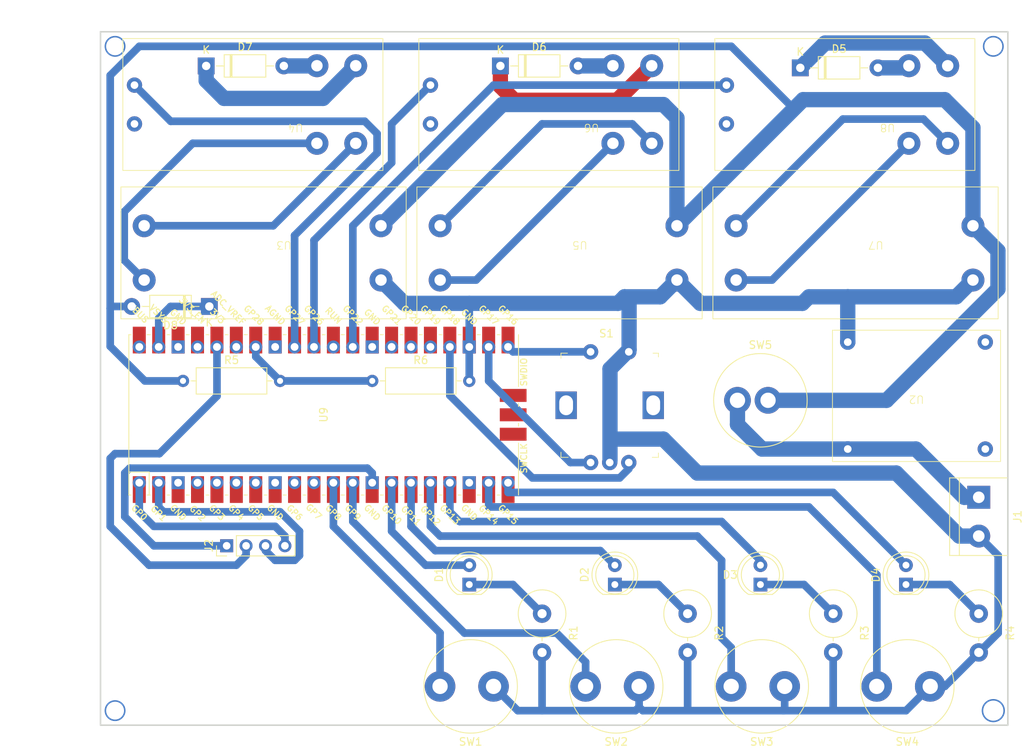
<source format=kicad_pcb>
(kicad_pcb (version 20240108) (generator "pcbnew") (generator_version "8.0")
  (title_block (title "Drumkit") (date "2024-04-01") (rev "2") (comment 1 "https://git.xythobuz.de/thomas/drumkit") (comment 2 "Licensed under the CERN-OHL-S-2.0+") (comment 4 "Copyright (c) 2024 Kauzerei, Thomas Buck"))
  (layers (0 "F.Cu" signal) (31 "B.Cu" signal) (34 "B.Paste" user) (35 "F.Paste" user) (36 "B.SilkS" user "B.Silkscreen") (37 "F.SilkS" user "F.Silkscreen") (38 "B.Mask" user) (39 "F.Mask" user) (44 "Edge.Cuts" user))
  (net 0 "")
  (net 1 "Net-(D1-K)")
  (net 2 "Net-(D2-K)")
  (net 3 "Net-(D3-K)")
  (net 4 "Net-(D4-K)")
  (net 5 "Net-(D4-A)")
  (net 6 "Net-(J1-Pin_1)")
  (net 7 "+BATT")
  (net 8 "GND")
  (net 10 "Net-(S1-CH_A)")
  (net 11 "Net-(S1-CH_B)")
  (net 12 "Net-(J2-Pin_4)")
  (net 13 "Net-(J2-Pin_3)")
  (net 14 "+3V3")
  (net 17 "Net-(U3-Out+)")
  (net 18 "Net-(D5-K)")
  (net 19 "Net-(D5-A)")
  (net 21 "Net-(U5-Out-)")
  (net 22 "Net-(U5-Out+)")
  (net 23 "Net-(D6-K)")
  (net 24 "Net-(D6-A)")
  (net 26 "Net-(U7-Out-)")
  (net 27 "Net-(U7-Out+)")
  (net 28 "Net-(D7-K)")
  (net 29 "Net-(D7-A)")
  (net 31 "Net-(D1-A)")
  (net 32 "Net-(D2-A)")
  (net 33 "Net-(D3-A)")
  (net 34 "Net-(J2-Pin_1)")
  (net 35 "Net-(U3-Out-)")
  (net 36 "Net-(D8-K)")
  (net 37 "Net-(U9-GPIO28_ADC2)")
  (net 38 "Net-(U9-GPIO16)")
  (net 39 "Net-(U9-GPIO8)")
  (net 40 "Net-(U9-GPIO9)")
  (net 41 "Net-(U9-GPIO12)")
  (net 42 "Net-(U9-GPIO14)")
  (net 43 "Net-(U4-trig)")
  (net 44 "Net-(U6-trig)")
  (net 45 "Net-(U8-trig)")
  (footprint "Diode_THT:D_DO-41_SOD81_P10.16mm_Horizontal" (layer "F.Cu") (at 181.67 55.25)
    (property "Reference" "D5" (at 5.08 -2.47 0) (layer "F.SilkS"))
    (property "Value" "1N5819")
    (fp_text user "K" (at 0 -2.1 0) (layer "F.SilkS"))
    (pad "1" thru_hole rect (at 0 0) (size 2.2 2.2) (drill 1.1) (layers "*.Cu" "*.Mask") (net 18 "Net-(D5-K)"))
    (pad "2" thru_hole oval (at 10.16 0) (size 2.2 2.2) (drill 1.1) (layers "*.Cu" "*.Mask") (net 19 "Net-(D5-A)"))
  )
  (footprint "LED_THT:LED_D5.0mm" (layer "F.Cu") (at 176.45 122.92 90)
    (property "Reference" "D3" (at 1.27 -3.96 180) (layer "F.SilkS"))
    (property "Value" "LED3")
    (pad "1" thru_hole rect (at 0 0 90) (size 1.8 1.8) (drill 0.9) (layers "*.Cu" "*.Mask") (net 3 "Net-(D3-K)"))
    (pad "2" thru_hole circle (at 2.54 0 90) (size 1.8 1.8) (drill 0.9) (layers "*.Cu" "*.Mask") (net 33 "Net-(D3-A)"))
  )
  (footprint "Inductor_THT:L_Radial_D12.0mm_P6.00mm_MuRATA_1900R" (layer "F.Cu") (at 160.575 136.255 180)
    (property "Reference" "SW2" (at 3 -7.25 0) (layer "F.SilkS"))
    (property "Value" "BUTTON2")
    (pad "1" thru_hole circle (at 0 0 180) (size 4 4) (drill 2) (layers "*.Cu" "*.Mask") (net 8 "GND"))
    (pad "2" thru_hole circle (at 7 0 180) (size 4 4) (drill 2) (layers "*.Cu" "*.Mask") (net 40 "Net-(U9-GPIO9)"))
  )
  (footprint "Resistor_THT:R_Axial_DIN0617_L17.0mm_D6.0mm_P5.08mm_Vertical" (layer "F.Cu") (at 205.025 126.73 -90)
    (property "Reference" "R4" (at 2.54 -4.12 90) (layer "F.SilkS"))
    (property "Value" "R")
    (pad "1" thru_hole circle (at 0 0 270) (size 2.4 2.4) (drill 1.2) (layers "*.Cu" "*.Mask") (net 4 "Net-(D4-K)"))
    (pad "2" thru_hole oval (at 5.08 0 270) (size 2.4 2.4) (drill 1.2) (layers "*.Cu" "*.Mask") (net 8 "GND"))
  )
  (footprint "Connector_PinHeader_2.54mm:PinHeader_1x04_P2.54mm_Vertical" (layer "F.Cu") (at 106.6 117.84 90)
    (property "Reference" "J2" (at 0 -2.33 90) (layer "F.SilkS"))
    (property "Value" "Conn_01x04_Female")
    (pad "1" thru_hole rect (at 0 0 90) (size 1.7 1.7) (drill 1) (layers "*.Cu" "*.Mask") (net 34 "Net-(J2-Pin_1)"))
    (pad "2" thru_hole oval (at 0 2.54 90) (size 1.7 1.7) (drill 1) (layers "*.Cu" "*.Mask") (net 14 "+3V3"))
    (pad "3" thru_hole oval (at 0 5.08 90) (size 1.7 1.7) (drill 1) (layers "*.Cu" "*.Mask") (net 13 "Net-(J2-Pin_3)"))
    (pad "4" thru_hole oval (at 0 7.62 90) (size 1.7 1.7) (drill 1) (layers "*.Cu" "*.Mask") (net 12 "Net-(J2-Pin_4)"))
  )
  (footprint "Resistor_THT:R_Axial_DIN0617_L17.0mm_D6.0mm_P5.08mm_Vertical" (layer "F.Cu") (at 147.875 126.73 -90)
    (property "Reference" "R1" (at 2.54 -4.12 90) (layer "F.SilkS"))
    (property "Value" "R")
    (pad "1" thru_hole circle (at 0 0 270) (size 2.4 2.4) (drill 1.2) (layers "*.Cu" "*.Mask") (net 1 "Net-(D1-K)"))
    (pad "2" thru_hole oval (at 5.08 0 270) (size 2.4 2.4) (drill 1.2) (layers "*.Cu" "*.Mask") (net 8 "GND"))
  )
  (footprint "chinese_modules:charger" (layer "F.Cu") (at 196.88 98.17 180)
    (property "Reference" "U2" (at 0 -0.5 180) (layer "F.SilkS") (effects (font (thickness 0.1))))
    (property "Value" "~")
    (pad "1" thru_hole circle (at -9 -7 180) (size 2 2) (drill 1) (layers "*.Cu" "*.Mask"))
    (pad "2" thru_hole circle (at -9 7 180) (size 2 2) (drill 1) (layers "*.Cu" "*.Mask"))
    (pad "3" thru_hole circle (at 9 -7 180) (size 2 2) (drill 1) (layers "*.Cu" "*.Mask") (net 6 "Net-(J1-Pin_1)"))
    (pad "4" thru_hole circle (at 9 7 180) (size 2 2) (drill 1) (layers "*.Cu" "*.Mask") (net 8 "GND"))
  )
  (footprint "digikey-footprints:Rotary_Encoder_Switched_PEC11R" (layer "F.Cu") (at 151.025 99.44)
    (property "Reference" "S1" (at 5.275 -9.4 0) (layer "F.SilkS"))
    (property "Value" "ENCODER")
    (pad "1" thru_hole circle (at 3.2 -7) (size 2 2) (drill 1) (layers "*.Cu" "*.Mask") (net 38 "Net-(U9-GPIO16)"))
    (pad "2" thru_hole circle (at 8.2 -7) (size 2 2) (drill 1) (layers "*.Cu" "*.Mask") (net 8 "GND"))
    (pad "3" thru_hole rect (at 0 0) (size 2.8 3.6) (drill oval 1.8 2.6) (layers "*.Cu" "*.Mask"))
    (pad "3" thru_hole rect (at 11.4 0) (size 2.8 3.6) (drill oval 1.8 2.6) (layers "*.Cu" "*.Mask"))
    (pad "A" thru_hole circle (at 3.2 7.5) (size 2 2) (drill 1) (layers "*.Cu" "*.Mask") (net 10 "Net-(S1-CH_A)"))
    (pad "B" thru_hole circle (at 8.2 7.5) (size 2 2) (drill 1) (layers "*.Cu" "*.Mask") (net 11 "Net-(S1-CH_B)"))
    (pad "C" thru_hole circle (at 5.7 7.5) (size 2 2) (drill 1) (layers "*.Cu" "*.Mask") (net 8 "GND"))
  )
  (footprint "chinese_modules:dc-dc module" (layer "F.Cu") (at 191.563 77.962 180)
    (property "Reference" "U7" (at 0 -0.5 180) (layer "F.SilkS") (effects (font (thickness 0.1))))
    (property "Value" "~")
    (pad "1" thru_hole circle (at -12.7 -5.08 180) (size 3 3) (drill 1.5) (layers "*.Cu" "*.Mask") (net 8 "GND"))
    (pad "2" thru_hole circle (at -12.7 2.032 180) (size 3 3) (drill 1.5) (layers "*.Cu" "*.Mask") (net 7 "+BATT"))
    (pad "3" thru_hole circle (at 18.288 -5.08 180) (size 3 3) (drill 1.5) (layers "*.Cu" "*.Mask") (net 26 "Net-(U7-Out-)"))
    (pad "4" thru_hole circle (at 18.288 2.032 180) (size 3 3) (drill 1.5) (layers "*.Cu" "*.Mask") (net 27 "Net-(U7-Out+)"))
  )
  (footprint "KiCad-RP-Pico:RPi_Pico_SMD_TH_noSWD" (layer "F.Cu") (at 119.295 100.69 90)
    (property "Reference" "U9" (at 0 0 -90) (layer "F.SilkS"))
    (property "Value" "Pico")
    (fp_text user "GP5" (at -12.8 -8.89 -45) (layer "F.SilkS") (effects (font (size 0.8 0.8))))
    (fp_text user "GP4" (at -12.8 -11.43 -45) (layer "F.SilkS") (effects (font (size 0.8 0.8))))
    (fp_text user "GP16" (at 13.054 24.13 -45) (layer "F.SilkS") (effects (font (size 0.8 0.8))))
    (fp_text user "GP0" (at -12.8 -24.13 -45) (layer "F.SilkS") (effects (font (size 0.8 0.8))))
    (fp_text user "ADC_VREF" (at 14 -12.5 -45) (layer "F.SilkS") (effects (font (size 0.8 0.8))))
    (fp_text user "GND" (at 12.8 -19.05 -45) (layer "F.SilkS") (effects (font (size 0.8 0.8))))
    (fp_text user "AGND" (at 13.054 -6.35 -45) (layer "F.SilkS") (effects (font (size 0.8 0.8))))
    (fp_text user "GP17" (at 13.054 21.59 -45) (layer "F.SilkS") (effects (font (size 0.8 0.8))))
    (fp_text user "GP10" (at -13.054 8.89 -45) (layer "F.SilkS") (effects (font (size 0.8 0.8))))
    (fp_text user "GND" (at -12.8 19.05 -45) (layer "F.SilkS") (effects (font (size 0.8 0.8))))
    (fp_text user "GP15" (at -13.054 24.13 -45) (layer "F.SilkS") (effects (font (size 0.8 0.8))))
    (fp_text user "GP18" (at 13.054 16.51 -45) (layer "F.SilkS") (effects (font (size 0.8 0.8))))
    (fp_text user "GND" (at -12.8 6.35 -45) (layer "F.SilkS") (effects (font (size 0.8 0.8))))
    (fp_text user "3V3" (at 12.9 -13.9 -45) (layer "F.SilkS") (effects (font (size 0.8 0.8))))
    (fp_text user "GP7" (at -12.7 -1.3 -45) (layer "F.SilkS") (effects (font (size 0.8 0.8))))
    (fp_text user "GP22" (at 13.054 3.81 -45) (layer "F.SilkS") (effects (font (size 0.8 0.8))))
    (fp_text user "GP19" (at 13.054 13.97 -45) (layer "F.SilkS") (effects (font (size 0.8 0.8))))
    (fp_text user "GND" (at 12.8 19.05 -45) (layer "F.SilkS") (effects (font (size 0.8 0.8))))
    (fp_text user "GP1" (at -12.9 -21.6 -45) (layer "F.SilkS") (effects (font (size 0.8 0.8))))
    (fp_text user "GP21" (at 13.054 8.9 -45) (layer "F.SilkS") (effects (font (size 0.8 0.8))))
    (fp_text user "GP28" (at 13.054 -9.144 -45) (layer "F.SilkS") (effects (font (size 0.8 0.8))))
    (fp_text user "GP14" (at -13.1 21.59 -45) (layer "F.SilkS") (effects (font (size 0.8 0.8))))
    (fp_text user "GND" (at -12.8 -6.35 -45) (layer "F.SilkS") (effects (font (size 0.8 0.8))))
    (fp_text user "3V3_EN" (at 13.7 -17.2 -45) (layer "F.SilkS") (effects (font (size 0.8 0.8))))
    (fp_text user "GP27" (at 13.054 -3.8 -45) (layer "F.SilkS") (effects (font (size 0.8 0.8))))
    (fp_text user "GP12" (at -13.2 13.97 -45) (layer "F.SilkS") (effects (font (size 0.8 0.8))))
    (fp_text user "GP20" (at 13.054 11.43 -45) (layer "F.SilkS") (effects (font (size 0.8 0.8))))
    (fp_text user "GND" (at 12.8 6.35 -45) (layer "F.SilkS") (effects (font (size 0.8 0.8))))
    (fp_text user "SWDIO" (at 5.6 26.2 -90) (layer "F.SilkS") (effects (font (size 0.8 0.8))))
    (fp_text user "SWCLK" (at -5.7 26.2 -90) (layer "F.SilkS") (effects (font (size 0.8 0.8))))
    (fp_text user "GP13" (at -13.054 16.51 -45) (layer "F.SilkS") (effects (font (size 0.8 0.8))))
    (fp_text user "GP3" (at -12.8 -13.97 -45) (layer "F.SilkS") (effects (font (size 0.8 0.8))))
    (fp_text user "VSYS" (at 13.2 -21.59 -45) (layer "F.SilkS") (effects (font (size 0.8 0.8))))
    (fp_text user "GP26" (at 13.054 -1.27 -45) (layer "F.SilkS") (effects (font (size 0.8 0.8))))
    (fp_text user "RUN" (at 13 1.27 -45) (layer "F.SilkS") (effects (font (size 0.8 0.8))))
    (fp_text user "GP8" (at -12.8 1.27 -45) (layer "F.SilkS") (effects (font (size 0.8 0.8))))
    (fp_text user "GND" (at -12.8 -19.05 -45) (layer "F.SilkS") (effects (font (size 0.8 0.8))))
    (fp_text user "GP6" (at -12.8 -3.81 -45) (layer "F.SilkS") (effects (font (size 0.8 0.8))))
    (fp_text user "GP11" (at -13.2 11.43 -45) (layer "F.SilkS") (effects (font (size 0.8 0.8))))
    (fp_text user "GP9" (at -12.8 3.81 -45) (layer "F.SilkS") (effects (font (size 0.8 0.8))))
    (fp_text user "VBUS" (at 13.3 -24.2 -45) (layer "F.SilkS") (effects (font (size 0.8 0.8))))
    (fp_text user "GP2" (at -12.9 -16.51 -45) (layer "F.SilkS") (effects (font (size 0.8 0.8))))
    (pad "" np_thru_hole oval (at -2.725 -24 90) (size 1.8 1.8) (drill 1.8) (layers "*.Cu" "*.Mask"))
    (pad "" np_thru_hole oval (at -2.425 -20.97 90) (size 1.5 1.5) (drill 1.5) (layers "*.Cu" "*.Mask"))
    (pad "" np_thru_hole oval (at 2.425 -20.97 90) (size 1.5 1.5) (drill 1.5) (layers "*.Cu" "*.Mask"))
    (pad "" np_thru_hole oval (at 2.725 -24 90) (size 1.8 1.8) (drill 1.8) (layers "*.Cu" "*.Mask"))
    (pad "1" thru_hole oval (at -8.89 -24.13 90) (size 1.7 1.7) (drill 1.02) (layers "*.Cu" "*.Mask") (net 12 "Net-(J2-Pin_4)"))
    (pad "1" smd rect (at -8.89 -24.13 90) (size 3.5 1.7) (drill (offset -0.9 0)) (layers "F.Cu" "F.Mask") (net 12 "Net-(J2-Pin_4)"))
    (pad "2" thru_hole oval (at -8.89 -21.59 90) (size 1.7 1.7) (drill 1.02) (layers "*.Cu" "*.Mask") (net 13 "Net-(J2-Pin_3)"))
    (pad "2" smd rect (at -8.89 -21.59 90) (size 3.5 1.7) (drill (offset -0.9 0)) (layers "F.Cu" "F.Mask") (net 13 "Net-(J2-Pin_3)"))
    (pad "3" thru_hole rect (at -8.89 -19.05 90) (size 1.7 1.7) (drill 1.02) (layers "*.Cu" "*.Mask"))
    (pad "3" smd rect (at -8.89 -19.05 90) (size 3.5 1.7) (drill (offset -0.9 0)) (layers "F.Cu" "F.Mask"))
    (pad "4" thru_hole oval (at -8.89 -16.51 90) (size 1.7 1.7) (drill 1.02) (layers "*.Cu" "*.Mask"))
    (pad "4" smd rect (at -8.89 -16.51 90) (size 3.5 1.7) (drill (offset -0.9 0)) (layers "F.Cu" "F.Mask"))
    (pad "5" thru_hole oval (at -8.89 -13.97 90) (size 1.7 1.7) (drill 1.02) (layers "*.Cu" "*.Mask"))
    (pad "5" smd rect (at -8.89 -13.97 90) (size 3.5 1.7) (drill (offset -0.9 0)) (layers "F.Cu" "F.Mask"))
    (pad "6" thru_hole oval (at -8.89 -11.43 90) (size 1.7 1.7) (drill 1.02) (layers "*.Cu" "*.Mask"))
    (pad "6" smd rect (at -8.89 -11.43 90) (size 3.5 1.7) (drill (offset -0.9 0)) (layers "F.Cu" "F.Mask"))
    (pad "7" thru_hole oval (at -8.89 -8.89 90) (size 1.7 1.7) (drill 1.02) (layers "*.Cu" "*.Mask"))
    (pad "7" smd rect (at -8.89 -8.89 90) (size 3.5 1.7) (drill (offset -0.9 0)) (layers "F.Cu" "F.Mask"))
    (pad "8" thru_hole rect (at -8.89 -6.35 90) (size 1.7 1.7) (drill 1.02) (layers "*.Cu" "*.Mask"))
    (pad "8" smd rect (at -8.89 -6.35 90) (size 3.5 1.7) (drill (offset -0.9 0)) (layers "F.Cu" "F.Mask"))
    (pad "9" thru_hole oval (at -8.89 -3.81 90) (size 1.7 1.7) (drill 1.02) (layers "*.Cu" "*.Mask"))
    (pad "9" smd rect (at -8.89 -3.81 90) (size 3.5 1.7) (drill (offset -0.9 0)) (layers "F.Cu" "F.Mask"))
    (pad "10" thru_hole oval (at -8.89 -1.27 90) (size 1.7 1.7) (drill 1.02) (layers "*.Cu" "*.Mask"))
    (pad "10" smd rect (at -8.89 -1.27 90) (size 3.5 1.7) (drill (offset -0.9 0)) (layers "F.Cu" "F.Mask"))
    (pad "11" thru_hole oval (at -8.89 1.27 90) (size 1.7 1.7) (drill 1.02) (layers "*.Cu" "*.Mask") (net 39 "Net-(U9-GPIO8)"))
    (pad "11" smd rect (at -8.89 1.27 90) (size 3.5 1.7) (drill (offset -0.9 0)) (layers "F.Cu" "F.Mask") (net 39 "Net-(U9-GPIO8)"))
    (pad "12" thru_hole oval (at -8.89 3.81 90) (size 1.7 1.7) (drill 1.02) (layers "*.Cu" "*.Mask") (net 40 "Net-(U9-GPIO9)"))
    (pad "12" smd rect (at -8.89 3.81 90) (size 3.5 1.7) (drill (offset -0.9 0)) (layers "F.Cu" "F.Mask") (net 40 "Net-(U9-GPIO9)"))
    (pad "13" thru_hole rect (at -8.89 6.35 90) (size 1.7 1.7) (drill 1.02) (layers "*.Cu" "*.Mask") (net 34 "Net-(J2-Pin_1)"))
    (pad "13" smd rect (at -8.89 6.35 90) (size 3.5 1.7) (drill (offset -0.9 0)) (layers "F.Cu" "F.Mask") (net 34 "Net-(J2-Pin_1)"))
    (pad "14" thru_hole oval (at -8.89 8.89 90) (size 1.7 1.7) (drill 1.02) (layers "*.Cu" "*.Mask") (net 31 "Net-(D1-A)"))
    (pad "14" smd rect (at -8.89 8.89 90) (size 3.5 1.7) (drill (offset -0.9 0)) (layers "F.Cu" "F.Mask") (net 31 "Net-(D1-A)"))
    (pad "15" thru_hole oval (at -8.89 11.43 90) (size 1.7 1.7) (drill 1.02) (layers "*.Cu" "*.Mask") (net 32 "Net-(D2-A)"))
    (pad "15" smd rect (at -8.89 11.43 90) (size 3.5 1.7) (drill (offset -0.9 0)) (layers "F.Cu" "F.Mask") (net 32 "Net-(D2-A)"))
    (pad "16" thru_hole oval (at -8.89 13.97 90) (size 1.7 1.7) (drill 1.02) (layers "*.Cu" "*.Mask") (net 41 "Net-(U9-GPIO12)"))
    (pad "16" smd rect (at -8.89 13.97 90) (size 3.5 1.7) (drill (offset -0.9 0)) (layers "F.Cu" "F.Mask") (net 41 "Net-(U9-GPIO12)"))
    (pad "17" thru_hole oval (at -8.89 16.51 90) (size 1.7 1.7) (drill 1.02) (layers "*.Cu" "*.Mask") (net 33 "Net-(D3-A)"))
    (pad "17" smd rect (at -8.89 16.51 90) (size 3.5 1.7) (drill (offset -0.9 0)) (layers "F.Cu" "F.Mask") (net 33 "Net-(D3-A)"))
    (pad "18" thru_hole rect (at -8.89 19.05 90) (size 1.7 1.7) (drill 1.02) (layers "*.Cu" "*.Mask"))
    (pad "18" smd rect (at -8.89 19.05 90) (size 3.5 1.7) (drill (offset -0.9 0)) (layers "F.Cu" "F.Mask"))
    (pad "19" thru_hole oval (at -8.89 21.59 90) (size 1.7 1.7) (drill 1.02) (layers "*.Cu" "*.Mask") (net 42 "Net-(U9-GPIO14)"))
    (pad "19" smd rect (at -8.89 21.59 90) (size 3.5 1.7) (drill (offset -0.9 0)) (layers "F.Cu" "F.Mask") (net 42 "Net-(U9-GPIO14)"))
    (pad "20" thru_hole oval (at -8.89 24.13 90) (size 1.7 1.7) (drill 1.02) (layers "*.Cu" "*.Mask") (net 5 "Net-(D4-A)"))
    (pad "20" smd rect (at -8.89 24.13 90) (size 3.5 1.7) (drill (offset -0.9 0)) (layers "F.Cu" "F.Mask") (net 5 "Net-(D4-A)"))
    (pad "21" thru_hole oval (at 8.89 24.13 90) (size 1.7 1.7) (drill 1.02) (layers "*.Cu" "*.Mask") (net 38 "Net-(U9-GPIO16)"))
    (pad "21" smd rect (at 8.89 24.13 90) (size 3.5 1.7) (drill (offset 0.9 0)) (layers "F.Cu" "F.Mask") (net 38 "Net-(U9-GPIO16)"))
    (pad "22" thru_hole oval (at 8.89 21.59 90) (size 1.7 1.7) (drill 1.02) (layers "*.Cu" "*.Mask") (net 10 "Net-(S1-CH_A)"))
    (pad "22" smd rect (at 8.89 21.59 90) (size 3.5 1.7) (drill (offset 0.9 0)) (layers "F.Cu" "F.Mask") (net 10 "Net-(S1-CH_A)"))
    (pad "23" thru_hole rect (at 8.89 19.05 90) (size 1.7 1.7) (drill 1.02) (layers "*.Cu" "*.Mask") (net 8 "GND"))
    (pad "23" smd rect (at 8.89 19.05 90) (size 3.5 1.7) (drill (offset 0.9 0)) (layers "F.Cu" "F.Mask") (net 8 "GND"))
    (pad "24" thru_hole oval (at 8.89 16.51 90) (size 1.7 1.7) (drill 1.02) (layers "*.Cu" "*.Mask") (net 11 "Net-(S1-CH_B)"))
    (pad "24" smd rect (at 8.89 16.51 90) (size 3.5 1.7) (drill (offset 0.9 0)) (layers "F.Cu" "F.Mask") (net 11 "Net-(S1-CH_B)"))
    (pad "25" thru_hole oval (at 8.89 13.97 90) (size 1.7 1.7) (drill 1.02) (layers "*.Cu" "*.Mask"))
    (pad "25" smd rect (at 8.89 13.97 90) (size 3.5 1.7) (drill (offset 0.9 0)) (layers "F.Cu" "F.Mask"))
    (pad "26" thru_hole oval (at 8.89 11.43 90) (size 1.7 1.7) (drill 1.02) (layers "*.Cu" "*.Mask"))
    (pad "26" smd rect (at 8.89 11.43 90) (size 3.5 1.7) (drill (offset 0.9 0)) (layers "F.Cu" "F.Mask"))
    (pad "27" thru_hole oval (at 8.89 8.89 90) (size 1.7 1.7) (drill 1.02) (layers "*.Cu" "*.Mask"))
    (pad "27" smd rect (at 8.89 8.89 90) (size 3.5 1.7) (drill (offset 0.9 0)) (layers "F.Cu" "F.Mask"))
    (pad "28" thru_hole rect (at 8.89 6.35 90) (size 1.7 1.7) (drill 1.02) (layers "*.Cu" "*.Mask"))
    (pad "28" smd rect (at 8.89 6.35 90) (size 3.5 1.7) (drill (offset 0.9 0)) (layers "F.Cu" "F.Mask"))
    (pad "29" thru_hole oval (at 8.89 3.81 90) (size 1.7 1.7) (drill 1.02) (layers "*.Cu" "*.Mask") (net 45 "Net-(U8-trig)"))
    (pad "29" smd rect (at 8.89 3.81 90) (size 3.5 1.7) (drill (offset 0.9 0)) (layers "F.Cu" "F.Mask") (net 45 "Net-(U8-trig)"))
    (pad "30" thru_hole oval (at 8.89 1.27 90) (size 1.7 1.7) (drill 1.02) (layers "*.Cu" "*.Mask"))
    (pad "30" smd rect (at 8.89 1.27 90) (size 3.5 1.7) (drill (offset 0.9 0)) (layers "F.Cu" "F.Mask"))
    (pad "31" thru_hole oval (at 8.89 -1.27 90) (size 1.7 1.7) (drill 1.02) (layers "*.Cu" "*.Mask") (net 44 "Net-(U6-trig)"))
    (pad "31" smd rect (at 8.89 -1.27 90) (size 3.5 1.7) (drill (offset 0.9 0)) (layers "F.Cu" "F.Mask") (net 44 "Net-(U6-trig)"))
    (pad "32" thru_hole oval (at 8.89 -3.81 90) (size 1.7 1.7) (drill 1.02) (layers "*.Cu" "*.Mask") (net 43 "Net-(U4-trig)"))
    (pad "32" smd rect (at 8.89 -3.81 90) (size 3.5 1.7) (drill (offset 0.9 0)) (layers "F.Cu" "F.Mask") (net 43 "Net-(U4-trig)"))
    (pad "33" thru_hole rect (at 8.89 -6.35 90) (size 1.7 1.7) (drill 1.02) (layers "*.Cu" "*.Mask"))
    (pad "33" smd rect (at 8.89 -6.35 90) (size 3.5 1.7) (drill (offset 0.9 0)) (layers "F.Cu" "F.Mask"))
    (pad "34" thru_hole oval (at 8.89 -8.89 90) (size 1.7 1.7) (drill 1.02) (layers "*.Cu" "*.Mask") (net 37 "Net-(U9-GPIO28_ADC2)"))
    (pad "34" smd rect (at 8.89 -8.89 90) (size 3.5 1.7) (drill (offset 0.9 0)) (layers "F.Cu" "F.Mask") (net 37 "Net-(U9-GPIO28_ADC2)"))
    (pad "35" thru_hole oval (at 8.89 -11.43 90) (size 1.7 1.7) (drill 1.02) (layers "*.Cu" "*.Mask"))
    (pad "35" smd rect (at 8.89 -11.43 90) (size 3.5 1.7) (drill (offset 0.9 0)) (layers "F.Cu" "F.Mask"))
    (pad "36" thru_hole oval (at 8.89 -13.97 90) (size 1.7 1.7) (drill 1.02) (layers "*.Cu" "*.Mask") (net 14 "+3V3"))
    (pad "36" smd rect (at 8.89 -13.97 90) (size 3.5 1.7) (drill (offset 0.9 0)) (layers "F.Cu" "F.Mask") (net 14 "+3V3"))
    (pad "37" thru_hole oval (at 8.89 -16.51 90) (size 1.7 1.7) (drill 1.02) (layers "*.Cu" "*.Mask"))
    (pad "37" smd rect (at 8.89 -16.51 90) (size 3.5 1.7) (drill (offset 0.9 0)) (layers "F.Cu" "F.Mask"))
    (pad "38" thru_hole rect (at 8.89 -19.05 90) (size 1.7 1.7) (drill 1.02) (layers "*.Cu" "*.Mask"))
    (pad "38" smd rect (at 8.89 -19.05 90) (size 3.5 1.7) (drill (offset 0.9 0)) (layers "F.Cu" "F.Mask"))
    (pad "39" thru_hole oval (at 8.89 -21.59 90) (size 1.7 1.7) (drill 1.02) (layers "*.Cu" "*.Mask") (net 36 "Net-(D8-K)"))
    (pad "39" smd rect (at 8.89 -21.59 90) (size 3.5 1.7) (drill (offset 0.9 0)) (layers "F.Cu" "F.Mask") (net 36 "Net-(D8-K)"))
    (pad "40" thru_hole oval (at 8.89 -24.13 90) (size 1.7 1.7) (drill 1.02) (layers "*.Cu" "*.Mask"))
    (pad "40" smd rect (at 8.89 -24.13 90) (size 3.5 1.7) (drill (offset 0.9 0)) (layers "F.Cu" "F.Mask"))
    (pad "41" smd rect (at -2.54 23.9 180) (size 3.5 1.7) (drill (offset -0.9 0)) (layers "F.Cu" "F.Mask"))
    (pad "42" smd rect (at 0 23.9 180) (size 3.5 1.7) (drill (offset -0.9 0)) (layers "F.Cu" "F.Mask"))
    (pad "43" smd rect (at 2.54 23.9 180) (size 3.5 1.7) (drill (offset -0.9 0)) (layers "F.Cu" "F.Mask"))
  )
  (footprint "Inductor_THT:L_Radial_D12.0mm_P6.00mm_MuRATA_1900R" (layer "F.Cu") (at 173.45 98.79)
    (property "Reference" "SW5" (at 3 -7.25 0) (layer "F.SilkS"))
    (property "Value" "POWER_SW")
    (pad "1" thru_hole circle (at 0 0) (size 3.5 3.5) (drill 2) (layers "*.Cu" "*.Mask") (net 6 "Net-(J1-Pin_1)"))
    (pad "2" thru_hole circle (at 4 0) (size 3.5 3.5) (drill 2) (layers "*.Cu" "*.Mask") (net 7 "+BATT"))
  )
  (footprint "chinese_modules:xy-mos" (layer "F.Cu") (at 204.517 51.419 180)
    (property "Reference" "U8" (at 11.43 -11.676 180) (layer "F.SilkS") (effects (font (thickness 0.1))))
    (property "Value" "~")
    (pad "1" thru_hole circle (at 3.556 -13.716 180) (size 3 3) (drill 1.5) (layers "*.Cu" "*.Mask") (net 27 "Net-(U7-Out+)"))
    (pad "2" thru_hole circle (at 8.636 -13.716 180) (size 3 3) (drill 1.5) (layers "*.Cu" "*.Mask") (net 26 "Net-(U7-Out-)"))
    (pad "3" thru_hole circle (at 3.556 -3.556 180) (size 3 3) (drill 1.5) (layers "*.Cu" "*.Mask") (net 18 "Net-(D5-K)"))
    (pad "4" thru_hole circle (at 8.636 -3.556 180) (size 3 3) (drill 1.5) (layers "*.Cu" "*.Mask") (net 19 "Net-(D5-A)"))
    (pad "5" thru_hole circle (at 32.512 -11.176 180) (size 2 2) (drill 1) (layers "*.Cu" "*.Mask"))
    (pad "6" thru_hole circle (at 32.512 -6.096 180) (size 2 2) (drill 1) (layers "*.Cu" "*.Mask") (net 45 "Net-(U8-trig)"))
  )
  (footprint "Diode_THT:D_DO-41_SOD81_P10.16mm_Horizontal" (layer "F.Cu") (at 142.42 55)
    (property "Reference" "D6" (at 5.08 -2.47 0) (layer "F.SilkS"))
    (property "Value" "1N5819")
    (fp_text user "K" (at 0 -2.1 0) (layer "F.SilkS"))
    (pad "1" thru_hole rect (at 0 0) (size 2.2 2.2) (drill 1.1) (layers "*.Cu" "*.Mask") (net 23 "Net-(D6-K)"))
    (pad "2" thru_hole oval (at 10.16 0) (size 2.2 2.2) (drill 1.1) (layers "*.Cu" "*.Mask") (net 24 "Net-(D6-A)"))
  )
  (footprint "TerminalBlock:TerminalBlock_bornier-2_P5.08mm" (layer "F.Cu") (at 205.025 111.49 -90)
    (property "Reference" "J1" (at 2.54 -5.08 90) (layer "F.SilkS"))
    (property "Value" "BATTERY")
    (pad "1" thru_hole rect (at 0 0 270) (size 3 3) (drill 1.52) (layers "*.Cu" "*.Mask") (net 6 "Net-(J1-Pin_1)"))
    (pad "2" thru_hole circle (at 5.08 0 270) (size 3 3) (drill 1.52) (layers "*.Cu" "*.Mask") (net 8 "GND"))
  )
  (footprint "chinese_modules:xy-mos" (layer "F.Cu") (at 165.782 51.419 180)
    (property "Reference" "U6" (at 11.43 -11.676 180) (layer "F.SilkS") (effects (font (thickness 0.1))))
    (property "Value" "~")
    (pad "1" thru_hole circle (at 3.556 -13.716 180) (size 3 3) (drill 1.5) (layers "*.Cu" "*.Mask") (net 22 "Net-(U5-Out+)"))
    (pad "2" thru_hole circle (at 8.636 -13.716 180) (size 3 3) (drill 1.5) (layers "*.Cu" "*.Mask") (net 21 "Net-(U5-Out-)"))
    (pad "3" thru_hole circle (at 3.556 -3.556 180) (size 3 3) (drill 1.5) (layers "*.Cu" "*.Mask") (net 23 "Net-(D6-K)"))
    (pad "4" thru_hole circle (at 8.636 -3.556 180) (size 3 3) (drill 1.5) (layers "*.Cu" "*.Mask") (net 24 "Net-(D6-A)"))
    (pad "5" thru_hole circle (at 32.512 -11.176 180) (size 2 2) (drill 1) (layers "*.Cu" "*.Mask"))
    (pad "6" thru_hole circle (at 32.512 -6.096 180) (size 2 2) (drill 1) (layers "*.Cu" "*.Mask") (net 44 "Net-(U6-trig)"))
  )
  (footprint "Inductor_THT:L_Radial_D12.0mm_P6.00mm_MuRATA_1900R" (layer "F.Cu") (at 141.525 136.255 180)
    (property "Reference" "SW1" (at 3 -7.25 0) (layer "F.SilkS"))
    (property "Value" "BUTTON1")
    (pad "1" thru_hole circle (at 0 0 180) (size 4 4) (drill 2) (layers "*.Cu" "*.Mask") (net 8 "GND"))
    (pad "2" thru_hole circle (at 7 0 180) (size 4 4) (drill 2) (layers "*.Cu" "*.Mask") (net 39 "Net-(U9-GPIO8)"))
  )
  (footprint "LED_THT:LED_D5.0mm" (layer "F.Cu") (at 138.35 122.92 90)
    (property "Reference" "D1" (at 1.27 -3.96 90) (layer "F.SilkS"))
    (property "Value" "LED1")
    (pad "1" thru_hole rect (at 0 0 90) (size 1.8 1.8) (drill 0.9) (layers "*.Cu" "*.Mask") (net 1 "Net-(D1-K)"))
    (pad "2" thru_hole circle (at 2.54 0 90) (size 1.8 1.8) (drill 0.9) (layers "*.Cu" "*.Mask") (net 31 "Net-(D1-A)"))
  )
  (footprint "Diode_THT:D_DO-41_SOD81_P10.16mm_Horizontal" (layer "F.Cu") (at 103.92 55)
    (property "Reference" "D7" (at 5.08 -2.47 0) (layer "F.SilkS"))
    (property "Value" "1N5819")
    (fp_text user "K" (at 0 -2.1 0) (layer "F.SilkS"))
    (pad "1" thru_hole rect (at 0 0) (size 2.2 2.2) (drill 1.1) (layers "*.Cu" "*.Mask") (net 28 "Net-(D7-K)"))
    (pad "2" thru_hole oval (at 10.16 0) (size 2.2 2.2) (drill 1.1) (layers "*.Cu" "*.Mask") (net 29 "Net-(D7-A)"))
  )
  (footprint "LED_THT:LED_D5.0mm" (layer "F.Cu") (at 195.5 122.92 90)
    (property "Reference" "D4" (at 1.27 -3.96 90) (layer "F.SilkS"))
    (property "Value" "LED4")
    (pad "1" thru_hole rect (at 0 0 90) (size 1.8 1.8) (drill 0.9) (layers "*.Cu" "*.Mask") (net 4 "Net-(D4-K)"))
    (pad "2" thru_hole circle (at 2.54 0 90) (size 1.8 1.8) (drill 0.9) (layers "*.Cu" "*.Mask") (net 5 "Net-(D4-A)"))
  )
  (footprint "Resistor_THT:R_Axial_DIN0617_L17.0mm_D6.0mm_P5.08mm_Vertical" (layer "F.Cu") (at 185.975 126.73 -90)
    (property "Reference" "R3" (at 2.54 -4.12 90) (layer "F.SilkS"))
    (property "Value" "R")
    (pad "1" thru_hole circle (at 0 0 270) (size 2.4 2.4) (drill 1.2) (layers "*.Cu" "*.Mask") (net 3 "Net-(D3-K)"))
    (pad "2" thru_hole oval (at 5.08 0 270) (size 2.4 2.4) (drill 1.2) (layers "*.Cu" "*.Mask") (net 8 "GND"))
  )
  (footprint "Resistor_THT:R_Axial_DIN0309_L9.0mm_D3.2mm_P12.70mm_Horizontal" (layer "F.Cu") (at 125.65 96.25)
    (property "Reference" "R6" (at 6.35 -2.72 0) (layer "F.SilkS"))
    (property "Value" "R")
    (pad "1" thru_hole circle (at 0 0) (size 1.6 1.6) (drill 0.8) (layers "*.Cu" "*.Mask") (net 37 "Net-(U9-GPIO28_ADC2)"))
    (pad "2" thru_hole oval (at 12.7 0) (size 1.6 1.6) (drill 0.8) (layers "*.Cu" "*.Mask") (net 8 "GND"))
  )
  (footprint "LED_THT:LED_D5.0mm" (layer "F.Cu") (at 157.4 122.92 90)
    (property "Reference" "D2" (at 1.27 -3.96 90) (layer "F.SilkS"))
    (property "Value" "LED2")
    (pad "1" thru_hole rect (at 0 0 90) (size 1.8 1.8) (drill 0.9) (layers "*.Cu" "*.Mask") (net 2 "Net-(D2-K)"))
    (pad "2" thru_hole circle (at 2.54 0 90) (size 1.8 1.8) (drill 0.9) (layers "*.Cu" "*.Mask") (net 32 "Net-(D2-A)"))
  )
  (footprint "Inductor_THT:L_Radial_D12.0mm_P6.00mm_MuRATA_1900R" (layer "F.Cu") (at 179.625 136.255 180)
    (property "Reference" "SW3" (at 3 -7.25 0) (layer "F.SilkS"))
    (property "Value" "BUTTON3")
    (pad "1" thru_hole circle (at 0 0 180) (size 4 4) (drill 2) (layers "*.Cu" "*.Mask") (net 8 "GND"))
    (pad "2" thru_hole circle (at 7 0 180) (size 4 4) (drill 2) (layers "*.Cu" "*.Mask") (net 41 "Net-(U9-GPIO12)"))
  )
  (footprint "Resistor_THT:R_Axial_DIN0617_L17.0mm_D6.0mm_P5.08mm_Vertical" (layer "F.Cu") (at 166.925 126.73 -90)
    (property "Reference" "R2" (at 2.54 -4.12 90) (layer "F.SilkS"))
    (property "Value" "R")
    (pad "1" thru_hole circle (at 0 0 270) (size 2.4 2.4) (drill 1.2) (layers "*.Cu" "*.Mask") (net 2 "Net-(D2-K)"))
    (pad "2" thru_hole oval (at 5.08 0 270) (size 2.4 2.4) (drill 1.2) (layers "*.Cu" "*.Mask") (net 8 "GND"))
  )
  (footprint "chinese_modules:dc-dc module" (layer "F.Cu") (at 152.828 77.962 180)
    (property "Reference" "U5" (at 0 -0.5 180) (layer "F.SilkS") (effects (font (thickness 0.1))))
    (property "Value" "~")
    (pad "1" thru_hole circle (at -12.7 -5.08 180) (size 3 3) (drill 1.5) (layers "*.Cu" "*.Mask") (net 8 "GND"))
    (pad "2" thru_hole circle (at -12.7 2.032 180) (size 3 3) (drill 1.5) (layers "*.Cu" "*.Mask") (net 7 "+BATT"))
    (pad "3" thru_hole circle (at 18.288 -5.08 180) (size 3 3) (drill 1.5) (layers "*.Cu" "*.Mask") (net 21 "Net-(U5-Out-)"))
    (pad "4" thru_hole circle (at 18.288 2.032 180) (size 3 3) (drill 1.5) (layers "*.Cu" "*.Mask") (net 22 "Net-(U5-Out+)"))
  )
  (footprint "chinese_modules:xy-mos" (layer "F.Cu") (at 127.047 51.419 180)
    (property "Reference" "U4" (at 11.43 -11.676 180) (layer "F.SilkS") (effects (font (thickness 0.1))))
    (property "Value" "~")
    (pad "1" thru_hole circle (at 3.556 -13.716 180) (size 3 3) (drill 1.5) (layers "*.Cu" "*.Mask") (net 17 "Net-(U3-Out+)"))
    (pad "2" thru_hole circle (at 8.636 -13.716 180) (size 3 3) (drill 1.5) (layers "*.Cu" "*.Mask") (net 35 "Net-(U3-Out-)"))
    (pad "3" thru_hole circle (at 3.556 -3.556 180) (size 3 3) (drill 1.5) (layers "*.Cu" "*.Mask") (net 28 "Net-(D7-K)"))
    (pad "4" thru_hole circle (at 8.636 -3.556 180) (size 3 3) (drill 1.5) (layers "*.Cu" "*.Mask") (net 29 "Net-(D7-A)"))
    (pad "5" thru_hole circle (at 32.512 -11.176 180) (size 2 2) (drill 1) (layers "*.Cu" "*.Mask"))
    (pad "6" thru_hole circle (at 32.512 -6.096 180) (size 2 2) (drill 1) (layers "*.Cu" "*.Mask") (net 43 "Net-(U4-trig)"))
  )
  (footprint "Inductor_THT:L_Radial_D12.0mm_P6.00mm_MuRATA_1900R" (layer "F.Cu") (at 198.675 136.255 180)
    (property "Reference" "SW4" (at 3 -7.25 0) (layer "F.SilkS"))
    (property "Value" "BUTTON4")
    (pad "1" thru_hole circle (at 0 0 180) (size 4 4) (drill 2) (layers "*.Cu" "*.Mask") (net 8 "GND"))
    (pad "2" thru_hole circle (at 7 0 180) (size 4 4) (drill 2) (layers "*.Cu" "*.Mask") (net 42 "Net-(U9-GPIO14)"))
  )
  (footprint "Diode_THT:D_DO-41_SOD81_P10.16mm_Horizontal" (layer "F.Cu") (at 104.33 86.5 180)
    (property "Reference" "D8" (at 5.08 -2.47 0) (layer "F.SilkS"))
    (property "Value" "1N5819")
    (fp_text user "K" (at 0 -2.1 0) (layer "F.SilkS"))
    (pad "1" thru_hole rect (at 0 0 180) (size 2.2 2.2) (drill 1.1) (layers "*.Cu" "*.Mask") (net 36 "Net-(D8-K)"))
    (pad "2" thru_hole oval (at 10.16 0 180) (size 2.2 2.2) (drill 1.1) (layers "*.Cu" "*.Mask") (net 7 "+BATT"))
  )
  (footprint "Resistor_THT:R_Axial_DIN0309_L9.0mm_D3.2mm_P12.70mm_Horizontal" (layer "F.Cu") (at 100.885 96.25)
    (property "Reference" "R5" (at 6.35 -2.72 0) (layer "F.SilkS"))
    (property "Value" "R")
    (pad "1" thru_hole circle (at 0 0) (size 1.6 1.6) (drill 0.8) (layers "*.Cu" "*.Mask") (net 7 "+BATT"))
    (pad "2" thru_hole oval (at 12.7 0) (size 1.6 1.6) (drill 0.8) (layers "*.Cu" "*.Mask") (net 37 "Net-(U9-GPIO28_ADC2)"))
  )
  (footprint "chinese_modules:dc-dc module" (layer "F.Cu") (at 114.093 77.962 180)
    (property "Reference" "U3" (at 0 -0.5 180) (layer "F.SilkS") (effects (font (thickness 0.1))))
    (property "Value" "~")
    (pad "1" thru_hole circle (at -12.7 -5.08 180) (size 3 3) (drill 1.5) (layers "*.Cu" "*.Mask") (net 8 "GND"))
    (pad "2" thru_hole circle (at -12.7 2.032 180) (size 3 3) (drill 1.5) (layers "*.Cu" "*.Mask") (net 7 "+BATT"))
    (pad "3" thru_hole circle (at 18.288 -5.08 180) (size 3 3) (drill 1.5) (layers "*.Cu" "*.Mask") (net 35 "Net-(U3-Out-)"))
    (pad "4" thru_hole circle (at 18.288 2.032 180) (size 3 3) (drill 1.5) (layers "*.Cu" "*.Mask") (net 17 "Net-(U3-Out+)"))
  )
  (gr_circle (center 91.995 139.43) (end 93.265 139.43) (stroke (width 0.2)) (fill none) (layer "B.Cu"))
  (gr_circle (center 206.93 52.435) (end 208.2 52.435) (stroke (width 0.2)) (fill none) (layer "B.Cu"))
  (gr_circle (center 206.93 139.43) (end 208.2 138.795) (stroke (width 0.2)) (fill none) (layer "B.Cu"))
  (gr_circle (center 91.995 52.435) (end 93.265 52.435) (stroke (width 0.2)) (fill none) (layer "B.Cu"))
  (gr_rect (start 90.09 50.53) (end 208.835 141.335) (stroke (width 0.2)) (fill none) (layer "Edge.Cuts"))
  (segment (start 144.065 122.92) (end 147.875 126.73) (width 1) (layer "B.Cu") (net 1))
  (segment (start 138.35 122.92) (end 144.065 122.92) (width 1) (layer "B.Cu") (net 1))
  (segment (start 163.115 122.92) (end 166.925 126.73) (width 1) (layer "B.Cu") (net 2))
  (segment (start 157.4 122.92) (end 163.115 122.92) (width 1) (layer "B.Cu") (net 2))
  (segment (start 182.165 122.92) (end 185.975 126.73) (width 1) (layer "B.Cu") (net 3))
  (segment (start 176.45 122.92) (end 182.165 122.92) (width 1) (layer "B.Cu") (net 3))
  (segment (start 195.5 122.92) (end 201.215 122.92) (width 1) (layer "B.Cu") (net 4))
  (segment (start 201.215 122.92) (end 205.025 126.73) (width 1) (layer "B.Cu") (net 4))
  (segment (start 143.43 110.855) (end 143.43 109.585) (width 1) (layer "B.Cu") (net 5))
  (segment (start 195.5 120.38) (end 185.975 110.855) (width 1) (layer "B.Cu") (net 5))
  (segment (start 185.975 110.855) (end 143.43 110.855) (width 1) (layer "B.Cu") (net 5))
  (segment (start 173.45 98.79) (end 173.45 101.965) (width 2) (layer "B.Cu") (net 6))
  (segment (start 187.88 105.17) (end 196.8 105.17) (width 2) (layer "B.Cu") (net 6))
  (segment (start 176.655 105.17) (end 173.45 101.965) (width 2) (layer "B.Cu") (net 6))
  (segment (start 196.8 105.17) (end 203.12 111.49) (width 2) (layer "B.Cu") (net 6))
  (segment (start 187.88 105.17) (end 176.655 105.17) (width 2) (layer "B.Cu") (net 6))
  (segment (start 203.12 111.49) (end 205.025 111.49) (width 2) (layer "B.Cu") (net 6))
  (segment (start 204.263 63.103) (end 204.263 75.93) (width 2) (layer "B.Cu") (net 7))
  (segment (start 180.895 60.69) (end 172.64 52.435) (width 1) (layer "B.Cu") (net 7))
  (segment (start 91.36 86.75) (end 91.36 91.720688) (width 1) (layer "B.Cu") (net 7))
  (segment (start 91.61 86.5) (end 91.36 86.75) (width 1) (layer "B.Cu") (net 7))
  (segment (start 126.793 75.93) (end 142.668 60.055) (width 2) (layer "B.Cu") (net 7))
  (segment (start 95.889312 96.25) (end 100.885 96.25) (width 1) (layer "B.Cu") (net 7))
  (segment (start 165.528 61.833) (end 165.528 75.93) (width 2) (layer "B.Cu") (net 7))
  (segment (start 182.038 59.42) (end 200.58 59.42) (width 2) (layer "B.Cu") (net 7))
  (segment (start 200.58 59.42) (end 204.263 63.103) (width 2) (layer "B.Cu") (net 7))
  (segment (start 163.75 60.055) (end 165.528 61.833) (width 2) (layer "B.Cu") (net 7))
  (segment (start 204.263 75.93) (end 207.535 79.202) (width 2) (layer "B.Cu") (net 7))
  (segment (start 94.17 86.5) (end 91.61 86.5) (width 1) (layer "B.Cu") (net 7))
  (segment (start 192.96 98.79) (end 177.45 98.79) (width 2) (layer "B.Cu") (net 7))
  (segment (start 95.17 52.435) (end 91.36 56.245) (width 1) (layer "B.Cu") (net 7))
  (segment (start 91.36 91.720688) (end 95.889312 96.25) (width 1) (layer "B.Cu") (net 7))
  (segment (start 91.36 56.245) (end 91.36 86.75) (width 1) (layer "B.Cu") (net 7))
  (segment (start 172.64 52.435) (end 95.17 52.435) (width 1) (layer "B.Cu") (net 7))
  (segment (start 142.668 60.055) (end 163.75 60.055) (width 2) (layer "B.Cu") (net 7))
  (segment (start 207.535 84.215) (end 192.96 98.79) (width 2) (layer "B.Cu") (net 7))
  (segment (start 165.528 75.93) (end 182.038 59.42) (width 2) (layer "B.Cu") (net 7))
  (segment (start 207.535 79.202) (end 207.535 84.215) (width 2) (layer "B.Cu") (net 7))
  (segment (start 168.195 108.315) (end 194.23 108.315) (width 2) (layer "B.Cu") (net 8))
  (segment (start 159.265 92.175) (end 156.765 94.675) (width 2) (layer "B.Cu") (net 8))
  (segment (start 138.35 96.25) (end 138.35 91.805) (width 1) (layer "B.Cu") (net 8))
  (segment (start 207.565 119.11) (end 207.565 129.27) (width 1) (layer "B.Cu") (net 8))
  (segment (start 200.58 136.255) (end 205.025 131.81) (width 1) (layer "B.Cu") (net 8))
  (segment (start 159.265 92.175) (end 159.265 85.831877) (width 2) (layer "B.Cu") (net 8))
  (segment (start 179.625 136.255) (end 179.625 139.27) (width 1) (layer "B.Cu") (net 8))
  (segment (start 147.875 139.43) (end 147.875 131.81) (width 1) (layer "B.Cu") (net 8))
  (segment (start 181.946877 86.09) (end 182.8 85.236877) (width 2) (layer "B.Cu") (net 8))
  (segment (start 160.575 138.955) (end 161.05 139.43) (width 1) (layer "B.Cu") (net 8))
  (segment (start 165.528 83.042) (end 168.576 86.09) (width 2) (layer "B.Cu") (net 8))
  (segment (start 157.816877 86.09) (end 158.67 85.236877) (width 2) (layer "B.Cu") (net 8))
  (segment (start 161.05 139.43) (end 179.465 139.43) (width 1) (layer "B.Cu") (net 8))
  (segment (start 158.67 85.236877) (end 163.333123 85.236877) (width 2) (layer "B.Cu") (net 8))
  (segment (start 163.75 103.87) (end 168.195 108.315) (width 2) (layer "B.Cu") (net 8))
  (segment (start 160.575 136.255) (end 160.575 138.955) (width 1) (layer "B.Cu") (net 8))
  (segment (start 207.565 129.27) (end 205.025 131.81) (width 1) (layer "B.Cu") (net 8))
  (segment (start 141.525 136.255) (end 144.7 139.43) (width 1) (layer "B.Cu") (net 8))
  (segment (start 195.5 139.43) (end 198.675 136.255) (width 1) (layer "B.Cu") (net 8))
  (segment (start 156.725 106.94) (end 156.725 104.545) (width 1) (layer "B.Cu") (net 8))
  (segment (start 182.8 85.236877) (end 187.88 85.236877) (width 2) (layer "B.Cu") (net 8))
  (segment (start 126.793 83.042) (end 129.841 86.09) (width 2) (layer "B.Cu") (net 8))
  (segment (start 205.025 116.57) (end 207.565 119.11) (width 1) (layer "B.Cu") (net 8))
  (segment (start 159.265 85.831877) (end 158.67 85.236877) (width 2) (layer "B.Cu") (net 8))
  (segment (start 156.725 104.545) (end 157.4 103.87) (width 1) (layer "B.Cu") (net 8))
  (segment (start 194.23 108.315) (end 202.485 116.57) (width 2) (layer "B.Cu") (net 8))
  (segment (start 138.35 86.09) (end 157.816877 86.09) (width 2) (layer "B.Cu") (net 8))
  (segment (start 138.35 91.805) (end 138.35 86.09) (width 1) (layer "B.Cu") (net 8))
  (segment (start 166.925 131.81) (end 166.925 138.955) (width 1) (layer "B.Cu") (net 8))
  (segment (start 202.485 116.57) (end 205.025 116.57) (width 2) (layer "B.Cu") (net 8))
  (segment (start 179.625 139.27) (end 179.465 139.43) (width 1) (layer "B.Cu") (net 8))
  (segment (start 187.88 85.236877) (end 187.88 91.17) (width 2) (layer "B.Cu") (net 8))
  (segment (start 129.841 86.09) (end 138.35 86.09) (width 2) (layer "B.Cu") (net 8))
  (segment (start 157.4 103.87) (end 163.75 103.87) (width 2) (layer "B.Cu") (net 8))
  (segment (start 156.765 94.675) (end 156.765 106.675) (width 2) (layer "B.Cu") (net 8))
  (segment (start 187.88 85.236877) (end 202.068123 85.236877) (width 2) (layer "B.Cu") (net 8))
  (segment (start 179.465 139.43) (end 195.5 139.43) (width 1) (layer "B.Cu") (net 8))
  (segment (start 144.7 139.43) (end 160.1 139.43) (width 1) (layer "B.Cu") (net 8))
  (segment (start 202.068123 85.236877) (end 204.263 83.042) (width 2) (layer "B.Cu") (net 8))
  (segment (start 160.1 139.43) (end 160.575 138.955) (width 1) (layer "B.Cu") (net 8))
  (segment (start 163.333123 85.236877) (end 165.528 83.042) (width 2) (layer "B.Cu") (net 8))
  (segment (start 168.576 86.09) (end 181.946877 86.09) (width 2) (layer "B.Cu") (net 8))
  (segment (start 185.975 131.81) (end 185.975 138.955) (width 1) (layer "B.Cu") (net 8))
  (segment (start 198.675 136.255) (end 200.58 136.255) (width 1) (layer "B.Cu") (net 8))
  (segment (start 151.58 106.94) (end 154.225 106.94) (width 1) (layer "B.Cu") (net 10))
  (segment (start 140.89 96.25) (end 151.58 106.94) (width 1) (layer "B.Cu") (net 10))
  (segment (start 140.89 91.805) (end 140.89 96.25) (width 1) (layer "B.Cu") (net 10))
  (segment (start 146.605 108.95) (end 158.035 108.95) (width 1) (layer "B.Cu") (net 11))
  (segment (start 135.81 98.155) (end 146.605 108.95) (width 1) (layer "B.Cu") (net 11))
  (segment (start 135.81 91.805) (end 135.81 98.155) (width 1) (layer "B.Cu") (net 11))
  (segment (start 158.035 108.95) (end 159.225 107.76) (width 1) (layer "B.Cu") (net 11))
  (segment (start 159.225 107.76) (end 159.225 106.94) (width 1) (layer "B.Cu") (net 11))
  (segment (start 97.075 115.3) (end 95.165 113.39) (width 1) (layer "B.Cu") (net 12))
  (segment (start 112.95 115.3) (end 97.075 115.3) (width 1) (layer "B.Cu") (net 12))
  (segment (start 95.165 113.39) (end 95.165 109.58) (width 1) (layer "B.Cu") (net 12))
  (segment (start 114.22 116.57) (end 112.95 115.3) (width 1) (layer "B.Cu") (net 12))
  (segment (start 114.22 117.84) (end 114.22 116.57) (width 1) (layer "B.Cu") (net 12))
  (segment (start 116.125 115.935) (end 113.585 113.395) (width 1) (layer "B.Cu") (net 13))
  (segment (start 113.585 113.395) (end 98.345 113.395) (width 1) (layer "B.Cu") (net 13))
  (segment (start 116.125 119.11) (end 116.125 115.935) (width 1) (layer "B.Cu") (net 13))
  (segment (start 111.68 117.84) (end 111.68 118.475) (width 1) (layer "B.Cu") (net 13))
  (segment (start 111.68 118.475) (end 112.95 119.745) (width 1) (layer "B.Cu") (net 13))
  (segment (start 115.49 119.745) (end 116.125 119.11) (width 1) (layer "B.Cu") (net 13))
  (segment (start 97.71 112.76) (end 97.71 109.585) (width 1) (layer "B.Cu") (net 13))
  (segment (start 98.345 113.395) (end 97.71 112.76) (width 1) (layer "B.Cu") (net 13))
  (segment (start 112.95 119.745) (end 115.49 119.745) (width 1) (layer "B.Cu") (net 13))
  (segment (start 91.36 115.3) (end 91.36 106.41) (width 1) (layer "B.Cu") (net 14))
  (segment (start 97.79632 105.775) (end 105.33 98.24132) (width 1) (layer "B.Cu") (net 14))
  (segment (start 96.44 120.38) (end 91.36 115.3) (width 1) (layer "B.Cu") (net 14))
  (segment (start 109.14 117.84) (end 109.14 119.11) (width 1) (layer "B.Cu") (net 14))
  (segment (start 109.14 119.11) (end 107.87 120.38) (width 1) (layer "B.Cu") (net 14))
  (segment (start 105.33 98.24132) (end 105.33 91.805) (width 1) (layer "B.Cu") (net 14))
  (segment (start 107.87 120.38) (end 96.44 120.38) (width 1) (layer "B.Cu") (net 14))
  (segment (start 91.995 105.775) (end 97.79632 105.775) (width 1) (layer "B.Cu") (net 14))
  (segment (start 91.36 106.41) (end 91.995 105.775) (width 1) (layer "B.Cu") (net 14))
  (segment (start 112.696 75.93) (end 123.491 65.135) (width 1) (layer "B.Cu") (net 17))
  (segment (start 95.805 75.93) (end 112.696 75.93) (width 1) (layer "B.Cu") (net 17))
  (segment (start 181.67 55.25) (end 184.92 52) (width 2) (layer "B.Cu") (net 18))
  (segment (start 197.986 52) (end 200.961 54.975) (width 2) (layer "B.Cu") (net 18))
  (segment (start 184.92 52) (end 197.986 52) (width 2) (layer "B.Cu") (net 18))
  (segment (start 195.606 55.25) (end 195.881 54.975) (width 2) (layer "B.Cu") (net 19))
  (segment (start 191.83 55.25) (end 195.606 55.25) (width 2) (layer "B.Cu") (net 19))
  (segment (start 134.54 83.042) (end 139.239 83.042) (width 1) (layer "B.Cu") (net 21))
  (segment (start 139.239 83.042) (end 157.146 65.135) (width 1) (layer "B.Cu") (net 21))
  (segment (start 134.54 75.93) (end 147.875 62.595) (width 1) (layer "B.Cu") (net 22))
  (segment (start 159.686 62.595) (end 162.226 65.135) (width 1) (layer "B.Cu") (net 22))
  (segment (start 147.875 62.595) (end 159.686 62.595) (width 1) (layer "B.Cu") (net 22))
  (segment (start 157.701 59.5) (end 162.226 54.975) (width 2) (layer "F.Cu") (net 23))
  (segment (start 144.25 59.5) (end 157.701 59.5) (width 2) (layer "F.Cu") (net 23))
  (segment (start 142.42 57.67) (end 144.25 59.5) (width 2) (layer "F.Cu") (net 23))
  (segment (start 142.42 55) (end 142.42 57.67) (width 2) (layer "F.Cu") (net 23))
  (segment (start 157.121 55) (end 157.146 54.975) (width 2) (layer "B.Cu") (net 24))
  (segment (start 152.58 55) (end 157.121 55) (width 2) (layer "B.Cu") (net 24))
  (segment (start 177.974 83.042) (end 195.881 65.135) (width 1) (layer "B.Cu") (net 26))
  (segment (start 173.275 83.042) (end 177.974 83.042) (width 1) (layer "B.Cu") (net 26))
  (segment (start 197.786 61.96) (end 200.961 65.135) (width 1) (layer "B.Cu") (net 27))
  (segment (start 187.245 61.96) (end 197.786 61.96) (width 1) (layer "B.Cu") (net 27))
  (segment (start 173.275 75.93) (end 187.245 61.96) (width 1) (layer "B.Cu") (net 27))
  (segment (start 106.25 59.25) (end 119.216 59.25) (width 2) (layer "B.Cu") (net 28))
  (segment (start 119.216 59.25) (end 123.491 54.975) (width 2) (layer "B.Cu") (net 28))
  (segment (start 103.92 56.92) (end 106.25 59.25) (width 2) (layer "B.Cu") (net 28))
  (segment (start 103.92 55) (end 103.92 56.92) (width 2) (layer "B.Cu") (net 28))
  (segment (start 118.386 55) (end 118.411 54.975) (width 2) (layer "B.Cu") (net 29))
  (segment (start 114.08 55) (end 118.386 55) (width 2) (layer "B.Cu") (net 29))
  (segment (start 128.19 115.935) (end 128.19 109.585) (width 1) (layer "B.Cu") (net 31))
  (segment (start 132.635 120.38) (end 128.19 115.935) (width 1) (layer "B.Cu") (net 31))
  (segment (start 138.35 120.38) (end 132.635 120.38) (width 1) (layer "B.Cu") (net 31))
  (segment (start 157.4 120.38) (end 155.495 118.475) (width 1) (layer "B.Cu") (net 32))
  (segment (start 130.73 115.3) (end 130.73 109.585) (width 1) (layer "B.Cu") (net 32))
  (segment (start 155.495 118.475) (end 133.905 118.475) (width 1) (layer "B.Cu") (net 32))
  (segment (start 133.905 118.475) (end 130.73 115.3) (width 1) (layer "B.Cu") (net 32))
  (segment (start 135.81 113.395) (end 135.81 109.585) (width 1) (layer "B.Cu") (net 33))
  (segment (start 171.37 114.665) (end 137.08 114.665) (width 1) (layer "B.Cu") (net 33))
  (segment (start 137.08 114.665) (end 135.81 113.395) (width 1) (layer "B.Cu") (net 33))
  (segment (start 176.45 119.745) (end 171.37 114.665) (width 1) (layer "B.Cu") (net 33))
  (segment (start 176.45 120.38) (end 176.45 119.745) (width 1) (layer "B.Cu") (net 33))
  (segment (start 106.6 117.84) (end 97.075 117.84) (width 1) (layer "B.Cu") (net 34))
  (segment (start 93.265 108.315) (end 93.9 107.68) (width 1) (layer "B.Cu") (net 34))
  (segment (start 97.075 117.84) (end 93.265 114.03) (width 1) (layer "B.Cu") (net 34))
  (segment (start 125.65 108.315) (end 125.65 109.585) (width 1) (layer "B.Cu") (net 34))
  (segment (start 93.265 114.03) (end 93.265 108.315) (width 1) (layer "B.Cu") (net 34))
  (segment (start 93.9 107.68) (end 125.015 107.68) (width 1) (layer "B.Cu") (net 34))
  (segment (start 125.015 107.68) (end 125.65 108.315) (width 1) (layer "B.Cu") (net 34))
  (segment (start 93.195 74.095) (end 102.155 65.135) (width 1) (layer "B.Cu") (net 35))
  (segment (start 95.805 83.042) (end 93.195 80.432) (width 1) (layer "B.Cu") (net 35))
  (segment (start 93.195 80.432) (end 93.195 74.095) (width 1) (layer "B.Cu") (net 35))
  (segment (start 102.155 65.135) (end 118.411 65.135) (width 1) (layer "B.Cu") (net 35))
  (segment (start 104.33 86.5) (end 99.25 86.5) (width 1) (layer "B.Cu") (net 36))
  (segment (start 99.25 86.5) (end 97.71 88.04) (width 1) (layer "B.Cu") (net 36))
  (segment (start 97.71 88.04) (end 97.71 91.805) (width 1) (layer "B.Cu") (net 36))
  (segment (start 113.585 96.25) (end 110.41 93.075) (width 1) (layer "B.Cu") (net 37))
  (segment (start 113.585 96.25) (end 125.65 96.25) (width 1) (layer "B.Cu") (net 37))
  (segment (start 110.41 93.075) (end 110.41 91.805) (width 1) (layer "B.Cu") (net 37))
  (segment (start 144.065 92.44) (end 143.43 91.805) (width 1) (layer "B.Cu") (net 38))
  (segment (start 154.225 92.44) (end 144.065 92.44) (width 1) (layer "B.Cu") (net 38))
  (segment (start 120.57 109.585) (end 120.57 115.3) (width 1) (layer "B.Cu") (net 39))
  (segment (start 134.525 129.255) (end 134.525 136.255) (width 1) (layer "B.Cu") (net 39))
  (segment (start 120.57 115.3) (end 134.525 129.255) (width 1) (layer "B.Cu") (net 39))
  (segment (start 123.11 114.665) (end 137.715 129.27) (width 1) (layer "B.Cu") (net 40))
  (segment (start 137.715 129.27) (end 149.78 129.27) (width 1) (layer "B.Cu") (net 40))
  (segment (start 149.78 129.27) (end 153.575 133.065) (width 1) (layer "B.Cu") (net 40))
  (segment (start 153.575 133.065) (end 153.575 136.255) (width 1) (layer "B.Cu") (net 40))
  (segment (start 123.11 109.585) (end 123.11 114.665) (width 1) (layer "B.Cu") (net 40))
  (segment (start 134.54 116.57) (end 133.27 115.3) (width 1) (layer "B.Cu") (net 41))
  (segment (start 172.625 135.62) (end 172.625 131.16) (width 1) (layer "B.Cu") (net 41))
  (segment (start 172.625 131.16) (end 171.37 129.905) (width 1) (layer "B.Cu") (net 41))
  (segment (start 171.37 129.905) (end 171.37 119.745) (width 1) (layer "B.Cu") (net 41))
  (segment (start 171.37 119.745) (end 168.195 116.57) (width 1) (layer "B.Cu") (net 41))
  (segment (start 133.27 115.3) (end 133.27 109.585) (width 1) (layer "B.Cu") (net 41))
  (segment (start 168.195 116.57) (end 134.54 116.57) (width 1) (layer "B.Cu") (net 41))
  (segment (start 191.69 121.65) (end 182.8 112.76) (width 1) (layer "B.Cu") (net 42))
  (segment (start 191.675 136.255) (end 191.69 136.24) (width 1) (layer "B.Cu") (net 42))
  (segment (start 182.8 112.76) (end 140.89 112.76) (width 1) (layer "B.Cu") (net 42))
  (segment (start 191.69 136.24) (end 191.69 121.65) (width 1) (layer "B.Cu") (net 42))
  (segment (start 140.89 112.76) (end 140.89 109.585) (width 1) (layer "B.Cu") (net 42))
  (segment (start 99.27 62.25) (end 124.67 62.25) (width 1) (layer "B.Cu") (net 43))
  (segment (start 126.285 63.865) (end 126.285 66.405) (width 1) (layer "B.Cu") (net 43))
  (segment (start 126.285 66.405) (end 115.49 77.2) (width 1) (layer "B.Cu") (net 43))
  (segment (start 124.67 62.25) (end 126.285 63.865) (width 1) (layer "B.Cu") (net 43))
  (segment (start 115.49 77.2) (end 115.49 91.805) (width 1) (layer "B.Cu") (net 43))
  (segment (start 94.535 57.515) (end 99.27 62.25) (width 1) (layer "B.Cu") (net 43))
  (segment (start 118.03 77.835) (end 128.19 67.675) (width 1) (layer "B.Cu") (net 44))
  (segment (start 128.19 67.675) (end 128.19 62.595) (width 1) (layer "B.Cu") (net 44))
  (segment (start 118.03 91.805) (end 118.03 77.835) (width 1) (layer "B.Cu") (net 44))
  (segment (start 128.19 62.595) (end 133.27 57.515) (width 1) (layer "B.Cu") (net 44))
  (segment (start 172.005 57.515) (end 141.525 57.515) (width 1) (layer "B.Cu") (net 45))
  (segment (start 123.11 75.93) (end 123.11 91.805) (width 1) (layer "B.Cu") (net 45))
  (segment (start 141.525 57.515) (end 123.11 75.93) (width 1) (layer "B.Cu") (net 45))
)
</source>
